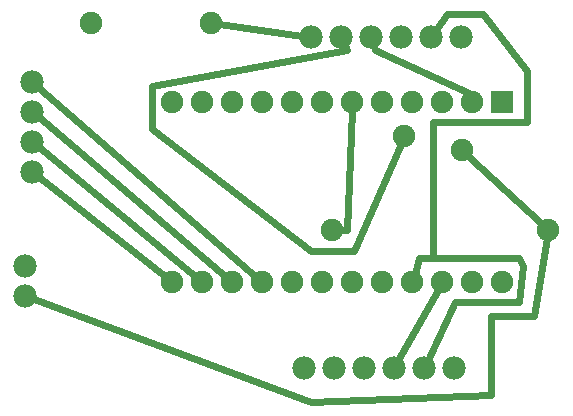
<source format=gbl>
G04 MADE WITH FRITZING*
G04 WWW.FRITZING.ORG*
G04 DOUBLE SIDED*
G04 HOLES PLATED*
G04 CONTOUR ON CENTER OF CONTOUR VECTOR*
%ASAXBY*%
%FSLAX23Y23*%
%MOIN*%
%OFA0B0*%
%SFA1.0B1.0*%
%ADD10C,0.075000*%
%ADD11C,0.078000*%
%ADD12C,0.075433*%
%ADD13R,0.075000X0.075000*%
%ADD14C,0.024000*%
%LNCOPPER0*%
G90*
G70*
G54D10*
X1803Y1046D03*
X1803Y446D03*
X1703Y1046D03*
X1703Y446D03*
X1603Y1046D03*
X1603Y446D03*
X1503Y1046D03*
X1503Y446D03*
X1403Y1046D03*
X1403Y446D03*
X1303Y1046D03*
X1303Y446D03*
X1203Y1046D03*
X1203Y446D03*
X1103Y1046D03*
X1103Y446D03*
X1003Y1046D03*
X1003Y446D03*
X903Y1046D03*
X903Y446D03*
X803Y1046D03*
X803Y446D03*
X703Y1046D03*
X703Y446D03*
G54D11*
X234Y1115D03*
X234Y1015D03*
X234Y915D03*
X234Y815D03*
X213Y502D03*
X213Y402D03*
X1641Y160D03*
X1541Y160D03*
X1441Y160D03*
X1341Y160D03*
X1241Y160D03*
X1141Y160D03*
X1665Y1265D03*
X1565Y1265D03*
X1465Y1265D03*
X1365Y1265D03*
X1265Y1265D03*
X1165Y1265D03*
G54D10*
X832Y1311D03*
X432Y1311D03*
G54D12*
X1236Y622D03*
X1956Y622D03*
X1668Y886D03*
X1476Y934D03*
G54D13*
X1803Y1046D03*
G54D14*
X1135Y1269D02*
X860Y1307D01*
D02*
X681Y464D02*
X258Y796D01*
D02*
X781Y464D02*
X258Y896D01*
D02*
X1456Y186D02*
X1589Y421D01*
D02*
X1694Y1073D02*
X1692Y1078D01*
X1692Y1078D02*
X1380Y1222D01*
X1380Y1222D02*
X1375Y1236D01*
D02*
X1554Y188D02*
X1644Y382D01*
X1644Y382D02*
X1860Y382D01*
X1860Y382D02*
X1872Y502D01*
X1872Y502D02*
X1860Y526D01*
X1860Y526D02*
X1524Y526D01*
X1524Y526D02*
X1511Y474D01*
D02*
X1583Y1289D02*
X1620Y1342D01*
X1620Y1342D02*
X1740Y1342D01*
X1740Y1342D02*
X1884Y1150D01*
X1884Y1150D02*
X1884Y982D01*
X1884Y982D02*
X1572Y982D01*
X1572Y982D02*
X1572Y526D01*
X1572Y526D02*
X1524Y526D01*
D02*
X1302Y1017D02*
X1284Y622D01*
X1284Y622D02*
X1265Y622D01*
D02*
X1935Y642D02*
X1689Y867D01*
D02*
X241Y392D02*
X1164Y46D01*
X1164Y46D02*
X1764Y70D01*
X1764Y70D02*
X1764Y334D01*
X1764Y334D02*
X1908Y334D01*
X1908Y334D02*
X1951Y594D01*
D02*
X882Y465D02*
X257Y996D01*
D02*
X1464Y908D02*
X1308Y550D01*
X1308Y550D02*
X1164Y550D01*
X1164Y550D02*
X636Y958D01*
X636Y958D02*
X636Y1102D01*
X636Y1102D02*
X1284Y1222D01*
X1284Y1222D02*
X1277Y1237D01*
D02*
X982Y465D02*
X257Y1095D01*
G04 End of Copper0*
M02*
</source>
